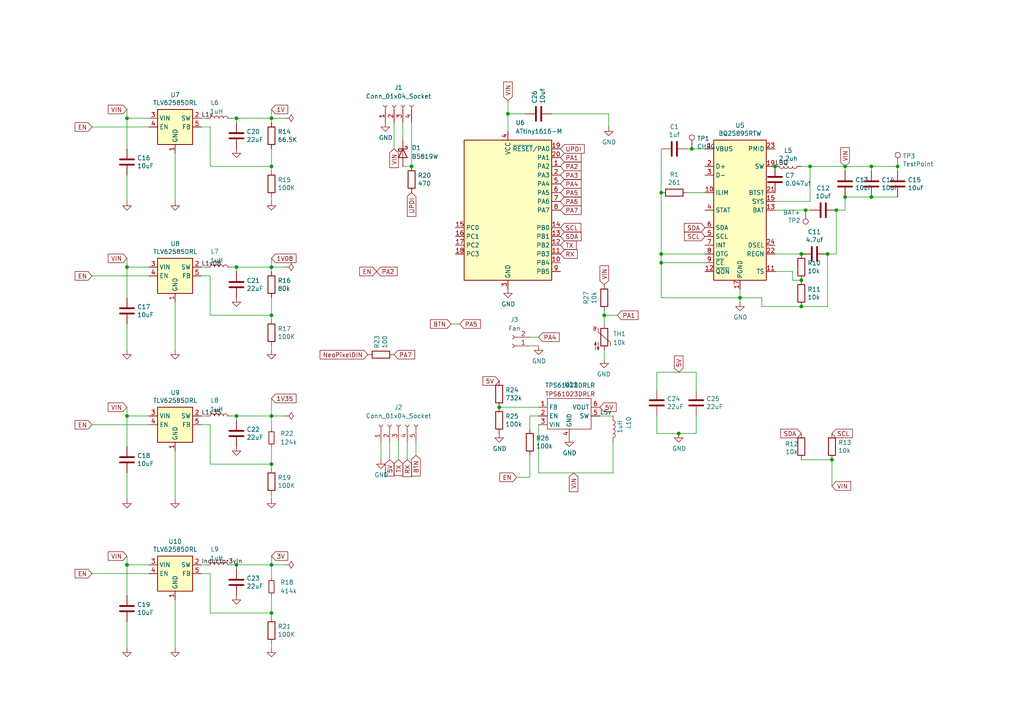
<source format=kicad_sch>
(kicad_sch (version 20231120) (generator "eeschema") (generator_version "8.0")
  (paper "A4")
  (junction (at -119.38 92.71))
  (junction (at 78.74 134.62))
  (junction (at 200.66 43.18))
  (junction (at 78.74 34.29))
  (junction (at 78.74 91.44))
  (junction (at -152.4 153.67))
  (junction (at -134.62 135.89))
  (junction (at 147.32 33.02))
  (junction (at -134.62 105.41))
  (junction (at 260.35 48.26))
  (junction (at -107.95 92.71))
  (junction (at -134.62 102.87))
  (junction (at 78.74 163.83))
  (junction (at 196.85 125.73))
  (junction (at 191.77 73.66))
  (junction (at -133.35 163.83))
  (junction (at 232.41 73.66))
  (junction (at -119.38 72.39))
  (junction (at 241.3 133.35))
  (junction (at 78.74 120.65))
  (junction (at -106.68 153.67))
  (junction (at 240.03 73.66))
  (junction (at -118.11 166.37))
  (junction (at 78.74 48.26))
  (junction (at -118.11 153.67))
  (junction (at 119.38 48.26))
  (junction (at -134.62 72.39))
  (junction (at 68.58 77.47))
  (junction (at -119.38 66.04))
  (junction (at 78.74 177.8))
  (junction (at 36.83 77.47))
  (junction (at 245.11 48.26))
  (junction (at -119.38 123.19))
  (junction (at 36.83 163.83))
  (junction (at 175.26 91.44))
  (junction (at 36.83 120.65))
  (junction (at 233.68 60.96))
  (junction (at -134.62 133.35))
  (junction (at 214.63 86.36))
  (junction (at 234.95 48.26))
  (junction (at -107.95 123.19))
  (junction (at 232.41 88.9))
  (junction (at -153.67 59.69))
  (junction (at 68.58 163.83))
  (junction (at -134.62 69.85))
  (junction (at -133.35 166.37))
  (junction (at -119.38 135.89))
  (junction (at 144.78 118.11))
  (junction (at 245.11 57.15))
  (junction (at 242.57 60.96))
  (junction (at -153.67 92.71))
  (junction (at 232.41 81.28))
  (junction (at -107.95 59.69))
  (junction (at -119.38 59.69))
  (junction (at 191.77 76.2))
  (junction (at 224.79 48.26))
  (junction (at 191.77 55.88))
  (junction (at -119.38 105.41))
  (junction (at 68.58 34.29))
  (junction (at 68.58 120.65))
  (junction (at 252.73 57.15))
  (junction (at 252.73 48.26))
  (junction (at 36.83 34.29))
  (junction (at -153.67 123.19))
  (junction (at 78.74 77.47))
  (wire (pts (xy -107.95 132.08) (xy -107.95 135.89)))
  (wire (pts (xy 50.8 130.81) (xy 50.8 144.78)))
  (wire (pts (xy 78.74 167.64) (xy 78.74 163.83)))
  (wire (pts (xy 78.74 143.51) (xy 78.74 144.78)))
  (wire (pts (xy 175.26 90.17) (xy 175.26 91.44)))
  (wire (pts (xy 60.96 80.01) (xy 60.96 91.44)))
  (wire (pts (xy 224.79 73.66) (xy 232.41 73.66)))
  (wire (pts (xy 177.8 137.16) (xy 156.21 137.16)))
  (wire (pts (xy 119.38 35.56) (xy 119.38 48.26)))
  (wire (pts (xy 36.83 118.11) (xy 36.83 120.65)))
  (wire (pts (xy 234.95 48.26) (xy 232.41 48.26)))
  (wire (pts (xy 58.42 166.37) (xy 60.96 166.37)))
  (wire (pts (xy -134.62 133.35) (xy -153.67 133.35)))
  (wire (pts (xy 60.96 48.26) (xy 78.74 48.26)))
  (wire (pts (xy 144.78 118.11) (xy 156.21 118.11)))
  (wire (pts (xy 36.83 120.65) (xy 43.18 120.65)))
  (wire (pts (xy 153.67 120.65) (xy 153.67 124.46)))
  (wire (pts (xy 60.96 177.8) (xy 78.74 177.8)))
  (wire (pts (xy -133.35 163.83) (xy -152.4 163.83)))
  (wire (pts (xy 60.96 36.83) (xy 60.96 48.26)))
  (wire (pts (xy 58.42 77.47) (xy 59.69 77.47)))
  (wire (pts (xy 36.83 129.54) (xy 36.83 120.65)))
  (wire (pts (xy 201.93 113.03) (xy 201.93 107.95)))
  (wire (pts (xy 78.74 163.83) (xy 82.55 163.83)))
  (wire (pts (xy 78.74 172.72) (xy 78.74 177.8)))
  (wire (pts (xy 36.83 74.93) (xy 36.83 77.47)))
  (wire (pts (xy 190.5 125.73) (xy 196.85 125.73)))
  (wire (pts (xy 190.5 107.95) (xy 201.93 107.95)))
  (wire (pts (xy 200.66 43.18) (xy 204.47 43.18)))
  (wire (pts (xy 214.63 83.82) (xy 214.63 86.36)))
  (wire (pts (xy 214.63 86.36) (xy 214.63 87.63)))
  (wire (pts (xy 78.74 120.65) (xy 78.74 115.57)))
  (wire (pts (xy -152.4 153.67) (xy -140.97 153.67)))
  (wire (pts (xy 67.31 120.65) (xy 68.58 120.65)))
  (wire (pts (xy 60.96 134.62) (xy 78.74 134.62)))
  (wire (pts (xy -106.68 162.56) (xy -106.68 166.37)))
  (wire (pts (xy -153.67 59.69) (xy -142.24 59.69)))
  (wire (pts (xy -152.4 158.75) (xy -152.4 163.83)))
  (wire (pts (xy 67.31 163.83) (xy 68.58 163.83)))
  (wire (pts (xy -140.97 156.21) (xy -140.97 161.29)))
  (wire (pts (xy 68.58 77.47) (xy 78.74 77.47)))
  (wire (pts (xy 26.67 123.19) (xy 43.18 123.19)))
  (wire (pts (xy 68.58 165.1) (xy 68.58 163.83)))
  (wire (pts (xy 229.87 81.28) (xy 232.41 81.28)))
  (wire (pts (xy -107.95 72.39) (xy -119.38 72.39)))
  (wire (pts (xy 190.5 120.65) (xy 190.5 125.73)))
  (wire (pts (xy -106.68 157.48) (xy -106.68 153.67)))
  (wire (pts (xy 78.74 43.18) (xy 78.74 48.26)))
  (wire (pts (xy 156.21 120.65) (xy 153.67 120.65)))
  (wire (pts (xy 200.66 43.18) (xy 199.39 43.18)))
  (wire (pts (xy 78.74 124.46) (xy 78.74 120.65)))
  (wire (pts (xy -127 62.23) (xy -127 66.04)))
  (wire (pts (xy 191.77 55.88) (xy 191.77 73.66)))
  (wire (pts (xy -107.95 135.89) (xy -119.38 135.89)))
  (wire (pts (xy 156.21 137.16) (xy 156.21 123.19)))
  (wire (pts (xy 260.35 48.26) (xy 260.35 49.53)))
  (wire (pts (xy 78.74 35.56) (xy 78.74 34.29)))
  (wire (pts (xy 191.77 43.18) (xy 191.77 55.88)))
  (wire (pts (xy 252.73 48.26) (xy 260.35 48.26)))
  (wire (pts (xy -142.24 62.23) (xy -142.24 67.31)))
  (wire (pts (xy 177.8 128.27) (xy 177.8 137.16)))
  (wire (pts (xy 58.42 36.83) (xy 60.96 36.83)))
  (wire (pts (xy -119.38 64.77) (xy -119.38 66.04)))
  (wire (pts (xy -118.11 158.75) (xy -118.11 161.29)))
  (wire (pts (xy -157.48 153.67) (xy -152.4 153.67)))
  (wire (pts (xy -119.38 66.04) (xy -119.38 67.31)))
  (wire (pts (xy 50.8 87.63) (xy 50.8 101.6)))
  (wire (pts (xy 232.41 88.9) (xy 240.03 88.9)))
  (wire (pts (xy 176.53 33.02) (xy 160.02 33.02)))
  (wire (pts (xy 234.95 60.96) (xy 233.68 60.96)))
  (wire (pts (xy 153.67 138.43) (xy 149.86 138.43)))
  (wire (pts (xy -158.75 59.69) (xy -153.67 59.69)))
  (wire (pts (xy 116.84 35.56) (xy 116.84 40.64)))
  (wire (pts (xy 78.74 34.29) (xy 82.55 34.29)))
  (wire (pts (xy 68.58 121.92) (xy 68.58 120.65)))
  (wire (pts (xy 36.83 180.34) (xy 36.83 187.96)))
  (wire (pts (xy 78.74 177.8) (xy 78.74 179.07)))
  (wire (pts (xy 114.3 35.56) (xy 114.3 43.18)))
  (wire (pts (xy 120.65 132.08) (xy 120.65 128.27)))
  (wire (pts (xy 58.42 120.65) (xy 59.69 120.65)))
  (wire (pts (xy 245.11 48.26) (xy 252.73 48.26)))
  (wire (pts (xy 26.67 166.37) (xy 43.18 166.37)))
  (wire (pts (xy -119.38 135.89) (xy -134.62 135.89)))
  (wire (pts (xy 147.32 29.21) (xy 147.32 33.02)))
  (wire (pts (xy -134.62 105.41) (xy -134.62 102.87)))
  (wire (pts (xy -153.67 64.77) (xy -153.67 69.85)))
  (wire (pts (xy 78.74 91.44) (xy 78.74 92.71)))
  (wire (pts (xy 78.74 100.33) (xy 78.74 101.6)))
  (wire (pts (xy -106.68 153.67) (xy -100.33 153.67)))
  (wire (pts (xy -119.38 128.27) (xy -119.38 130.81)))
  (wire (pts (xy -118.11 166.37) (xy -133.35 166.37)))
  (wire (pts (xy -107.95 101.6) (xy -107.95 105.41)))
  (wire (pts (xy 229.87 78.74) (xy 229.87 81.28)))
  (wire (pts (xy 78.74 120.65) (xy 82.55 120.65)))
  (wire (pts (xy 68.58 78.74) (xy 68.58 77.47)))
  (wire (pts (xy -153.67 123.19) (xy -142.24 123.19)))
  (wire (pts (xy -107.95 59.69) (xy -119.38 59.69)))
  (wire (pts (xy 26.67 36.83) (xy 43.18 36.83)))
  (wire (pts (xy 113.03 128.27) (xy 113.03 133.35)))
  (wire (pts (xy 58.42 34.29) (xy 59.69 34.29)))
  (wire (pts (xy 78.74 163.83) (xy 78.74 161.29)))
  (wire (pts (xy 78.74 77.47) (xy 78.74 74.93)))
  (wire (pts (xy 199.39 55.88) (xy 204.47 55.88)))
  (wire (pts (xy 191.77 86.36) (xy 214.63 86.36)))
  (wire (pts (xy 153.67 97.79) (xy 156.21 97.79)))
  (wire (pts (xy 36.83 163.83) (xy 43.18 163.83)))
  (wire (pts (xy -107.95 63.5) (xy -107.95 59.69)))
  (wire (pts (xy 175.26 101.6) (xy 175.26 104.14)))
  (wire (pts (xy 234.95 58.42) (xy 234.95 48.26)))
  (wire (pts (xy 50.8 173.99) (xy 50.8 187.96)))
  (wire (pts (xy -153.67 92.71) (xy -142.24 92.71)))
  (wire (pts (xy 118.11 128.27) (xy 118.11 133.35)))
  (wire (pts (xy 242.57 60.96) (xy 245.11 60.96)))
  (wire (pts (xy 224.79 58.42) (xy 234.95 58.42)))
  (wire (pts (xy 36.83 86.36) (xy 36.83 77.47)))
  (wire (pts (xy 224.79 78.74) (xy 229.87 78.74)))
  (wire (pts (xy 176.53 36.83) (xy 176.53 33.02)))
  (wire (pts (xy 252.73 57.15) (xy 260.35 57.15)))
  (wire (pts (xy -153.67 97.79) (xy -153.67 102.87)))
  (wire (pts (xy 245.11 60.96) (xy 245.11 57.15)))
  (wire (pts (xy 220.98 86.36) (xy 214.63 86.36)))
  (wire (pts (xy -142.24 95.25) (xy -142.24 100.33)))
  (wire (pts (xy 60.96 123.19) (xy 60.96 134.62)))
  (wire (pts (xy 58.42 163.83) (xy 59.69 163.83)))
  (wire (pts (xy -134.62 102.87) (xy -153.67 102.87)))
  (wire (pts (xy 245.11 48.26) (xy 245.11 49.53)))
  (wire (pts (xy -107.95 105.41) (xy -119.38 105.41)))
  (wire (pts (xy -107.95 92.71) (xy -101.6 92.71)))
  (wire (pts (xy -107.95 123.19) (xy -101.6 123.19)))
  (wire (pts (xy -107.95 68.58) (xy -107.95 72.39)))
  (wire (pts (xy 58.42 80.01) (xy 60.96 80.01)))
  (wire (pts (xy 201.93 120.65) (xy 201.93 125.73)))
  (wire (pts (xy 78.74 78.74) (xy 78.74 77.47)))
  (wire (pts (xy -107.95 59.69) (xy -102.87 59.69)))
  (wire (pts (xy -107.95 92.71) (xy -119.38 92.71)))
  (wire (pts (xy 191.77 73.66) (xy 204.47 73.66)))
  (wire (pts (xy -127 66.04) (xy -119.38 66.04)))
  (wire (pts (xy 78.74 86.36) (xy 78.74 91.44)))
  (wire (pts (xy 153.67 100.33) (xy 156.21 100.33)))
  (wire (pts (xy 68.58 34.29) (xy 78.74 34.29)))
  (wire (pts (xy 36.83 77.47) (xy 43.18 77.47)))
  (wire (pts (xy 36.83 50.8) (xy 36.83 58.42)))
  (wire (pts (xy -134.62 135.89) (xy -134.62 133.35)))
  (wire (pts (xy 173.99 120.65) (xy 177.8 120.65)))
  (wire (pts (xy 232.41 88.9) (xy 220.98 88.9)))
  (wire (pts (xy 242.57 73.66) (xy 240.03 73.66)))
  (wire (pts (xy 36.83 161.29) (xy 36.83 163.83)))
  (wire (pts (xy -107.95 123.19) (xy -119.38 123.19)))
  (wire (pts (xy 26.67 80.01) (xy 43.18 80.01)))
  (wire (pts (xy 36.83 137.16) (xy 36.83 144.78)))
  (wire (pts (xy 224.79 60.96) (xy 233.68 60.96)))
  (wire (pts (xy -134.62 69.85) (xy -153.67 69.85)))
  (wire (pts (xy 68.58 35.56) (xy 68.58 34.29)))
  (wire (pts (xy 78.74 129.54) (xy 78.74 134.62)))
  (wire (pts (xy 234.95 48.26) (xy 245.11 48.26)))
  (wire (pts (xy 78.74 34.29) (xy 78.74 31.75)))
  (wire (pts (xy 147.32 33.02) (xy 152.4 33.02)))
  (wire (pts (xy 179.07 91.44) (xy 175.26 91.44)))
  (wire (pts (xy -142.24 125.73) (xy -142.24 130.81)))
  (wire (pts (xy -119.38 97.79) (xy -119.38 100.33)))
  (wire (pts (xy 115.57 128.27) (xy 115.57 133.35)))
  (wire (pts (xy 191.77 76.2) (xy 191.77 86.36)))
  (wire (pts (xy 36.83 43.18) (xy 36.83 34.29)))
  (wire (pts (xy 78.74 186.69) (xy 78.74 187.96)))
  (wire (pts (xy 133.35 93.98) (xy 130.81 93.98)))
  (wire (pts (xy -119.38 72.39) (xy -134.62 72.39)))
  (wire (pts (xy 153.67 132.08) (xy 153.67 138.43)))
  (wire (pts (xy 50.8 44.45) (xy 50.8 58.42)))
  (wire (pts (xy 36.83 172.72) (xy 36.83 163.83)))
  (wire (pts (xy 58.42 123.19) (xy 60.96 123.19)))
  (wire (pts (xy 240.03 88.9) (xy 240.03 73.66)))
  (wire (pts (xy -107.95 96.52) (xy -107.95 92.71)))
  (wire (pts (xy 78.74 57.15) (xy 78.74 58.42)))
  (wire (pts (xy 220.98 88.9) (xy 220.98 86.36)))
  (wire (pts (xy 252.73 48.26) (xy 252.73 49.53)))
  (wire (pts (xy -158.75 92.71) (xy -153.67 92.71)))
  (wire (pts (xy -158.75 123.19) (xy -153.67 123.19)))
  (wire (pts (xy 204.47 76.2) (xy 191.77 76.2)))
  (wire (pts (xy 232.41 133.35) (xy 241.3 133.35)))
  (wire (pts (xy 68.58 163.83) (xy 78.74 163.83)))
  (wire (pts (xy -153.67 128.27) (xy -153.67 133.35)))
  (wire (pts (xy 241.3 133.35) (xy 241.3 140.97)))
  (wire (pts (xy 110.49 128.27) (xy 110.49 133.35)))
  (wire (pts (xy 201.93 125.73) (xy 196.85 125.73)))
  (wire (pts (xy -106.68 166.37) (xy -118.11 166.37)))
  (wire (pts (xy 60.96 166.37) (xy 60.96 177.8)))
  (wire (pts (xy 78.74 77.47) (xy 82.55 77.47)))
  (wire (pts (xy 36.83 93.98) (xy 36.83 101.6)))
  (wire (pts (xy -133.35 166.37) (xy -133.35 163.83)))
  (wire (pts (xy 78.74 48.26) (xy 78.74 49.53)))
  (wire (pts (xy 147.32 33.02) (xy 147.32 38.1)))
  (wire (pts (xy 119.38 48.26) (xy 116.84 48.26)))
  (wire (pts (xy 78.74 134.62) (xy 78.74 135.89)))
  (wire (pts (xy 190.5 113.03) (xy 190.5 107.95)))
  (wire (pts (xy 175.26 91.44) (xy 175.26 93.98)))
  (wire (pts (xy 36.83 34.29) (xy 43.18 34.29)))
  (wire (pts (xy 67.31 77.47) (xy 68.58 77.47)))
  (wire (pts (xy 68.58 120.65) (xy 78.74 120.65)))
  (wire (pts (xy 36.83 31.75) (xy 36.83 34.29)))
  (wire (pts (xy -106.68 153.67) (xy -118.11 153.67)))
  (wire (pts (xy 60.96 91.44) (xy 78.74 91.44)))
  (wire (pts (xy -107.95 127) (xy -107.95 123.19)))
  (wire (pts (xy 252.73 57.15) (xy 245.11 57.15)))
  (wire (pts (xy -134.62 72.39) (xy -134.62 69.85)))
  (wire (pts (xy -119.38 105.41) (xy -134.62 105.41)))
  (wire (pts (xy 191.77 73.66) (xy 191.77 76.2)))
  (wire (pts (xy 242.57 60.96) (xy 242.57 73.66)))
  (wire (pts (xy 67.31 34.29) (xy 68.58 34.29)))
  (rectangle (start -171.45 43.18) (end -83.82 177.8))
  (text_box "Old Power Circuit\n\n" (at -165.1 36.83 0) (size 76.2 5.08) (effects (font (size 1.27 1.27)) (justify left top)))
  (label "L5v" (at 173.99 120.65 0))
  (label "Inductor3vIn" (at 58.42 163.83 0))
  (label "LBQ" (at 224.79 48.26 0))
  (label "L1v35" (at 58.42 120.65 0))
  (label "L1v08" (at 58.42 77.47 0))
  (label "L1v" (at 58.42 34.29 0))
  (global_label "PA7" (shape input) (at 162.56 60.96 0) (property "Intersheetrefs" "${INTERSHEET_REFS}" (effects (hide yes))))
  (global_label "UPDI" (shape input) (at 162.56 43.18 0) (property "Intersheetrefs" "${INTERSHEET_REFS}" (effects (hide yes))))
  (global_label "BTN" (shape input) (at 130.81 93.98 180) (property "Intersheetrefs" "${INTERSHEET_REFS}" (effects (hide yes))))
  (global_label "EN" (shape input) (at 26.67 36.83 180) (property "Intersheetrefs" "${INTERSHEET_REFS}" (effects (hide yes))))
  (global_label "VIN" (shape input) (at 36.83 118.11 180) (property "Intersheetrefs" "${INTERSHEET_REFS}" (effects (hide yes))))
  (global_label "3V" (shape input) (at -100.33 153.67 0) (property "Intersheetrefs" "${INTERSHEET_REFS}" (effects (hide yes))))
  (global_label "EN" (shape input) (at -142.24 67.31 180) (property "Intersheetrefs" "${INTERSHEET_REFS}" (effects (hide yes))))
  (global_label "VIN" (shape input) (at 147.32 29.21 90) (property "Intersheetrefs" "${INTERSHEET_REFS}" (effects (hide yes))))
  (global_label "5V" (shape input) (at 173.99 118.11 0) (property "Intersheetrefs" "${INTERSHEET_REFS}" (effects (hide yes))))
  (global_label "5V" (shape input) (at 113.03 133.35 270) (property "Intersheetrefs" "${INTERSHEET_REFS}" (effects (hide yes))))
  (global_label "VIN" (shape input) (at 166.37 137.16 270) (property "Intersheetrefs" "${INTERSHEET_REFS}" (effects (hide yes))))
  (global_label "EN" (shape input) (at -140.97 161.29 180) (property "Intersheetrefs" "${INTERSHEET_REFS}" (effects (hide yes))))
  (global_label "SDA" (shape input) (at 162.56 68.58 0) (property "Intersheetrefs" "${INTERSHEET_REFS}" (effects (hide yes))))
  (global_label "PA4" (shape input) (at 162.56 53.34 0) (property "Intersheetrefs" "${INTERSHEET_REFS}" (effects (hide yes))))
  (global_label "VIN" (shape input) (at -158.75 123.19 180) (property "Intersheetrefs" "${INTERSHEET_REFS}" (effects (hide yes))))
  (global_label "VIN" (shape input) (at 36.83 31.75 180) (property "Intersheetrefs" "${INTERSHEET_REFS}" (effects (hide yes))))
  (global_label "1V08" (shape input) (at 78.74 74.93 0) (property "Intersheetrefs" "${INTERSHEET_REFS}" (effects (hide yes))))
  (global_label "1V35" (shape input) (at 78.74 115.57 0) (property "Intersheetrefs" "${INTERSHEET_REFS}" (effects (hide yes))))
  (global_label "VIN" (shape input) (at 241.3 140.97 0) (property "Intersheetrefs" "${INTERSHEET_REFS}" (effects (hide yes))))
  (global_label "SCL" (shape input) (at 162.56 66.04 0) (property "Intersheetrefs" "${INTERSHEET_REFS}" (effects (hide yes))))
  (global_label "VIN" (shape input) (at -157.48 153.67 180) (property "Intersheetrefs" "${INTERSHEET_REFS}" (effects (hide yes))))
  (global_label "PA4" (shape input) (at 156.21 97.79 0) (property "Intersheetrefs" "${INTERSHEET_REFS}" (effects (hide yes))))
  (global_label "PA7" (shape input) (at 114.3 102.87 0) (property "Intersheetrefs" "${INTERSHEET_REFS}" (effects (hide yes))))
  (global_label "UPDI" (shape input) (at 119.38 55.88 270) (property "Intersheetrefs" "${INTERSHEET_REFS}" (effects (hide yes))))
  (global_label "EN" (shape input) (at 149.86 138.43 180) (property "Intersheetrefs" "${INTERSHEET_REFS}" (effects (hide yes))))
  (global_label "EN" (shape input) (at 109.22 78.74 180) (property "Intersheetrefs" "${INTERSHEET_REFS}" (effects (hide yes))))
  (global_label "NeoPixelDIN" (shape input) (at 106.68 102.87 180) (property "Intersheetrefs" "${INTERSHEET_REFS}" (effects (hide yes))))
  (global_label "EN" (shape input) (at 26.67 80.01 180) (property "Intersheetrefs" "${INTERSHEET_REFS}" (effects (hide yes))))
  (global_label "VIN" (shape input) (at 175.26 82.55 90) (property "Intersheetrefs" "${INTERSHEET_REFS}" (effects (hide yes))))
  (global_label "VIN" (shape input) (at 114.3 43.18 270) (property "Intersheetrefs" "${INTERSHEET_REFS}" (effects (hide yes))))
  (global_label "BTN" (shape input) (at 120.65 132.08 270) (property "Intersheetrefs" "${INTERSHEET_REFS}" (effects (hide yes))))
  (global_label "5V" (shape input) (at 144.78 110.49 180) (property "Intersheetrefs" "${INTERSHEET_REFS}" (effects (hide yes))))
  (global_label "EN" (shape input) (at 26.67 123.19 180) (property "Intersheetrefs" "${INTERSHEET_REFS}" (effects (hide yes))))
  (global_label "RX" (shape input) (at 162.56 73.66 0) (property "Intersheetrefs" "${INTERSHEET_REFS}" (effects (hide yes))))
  (global_label "PA3" (shape input) (at 162.56 50.8 0) (property "Intersheetrefs" "${INTERSHEET_REFS}" (effects (hide yes))))
  (global_label "5V" (shape input) (at 196.85 107.95 90) (property "Intersheetrefs" "${INTERSHEET_REFS}" (effects (hide yes))))
  (global_label "RX" (shape input) (at 118.11 133.35 270) (property "Intersheetrefs" "${INTERSHEET_REFS}" (effects (hide yes))))
  (global_label "VIN" (shape input) (at -158.75 92.71 180) (property "Intersheetrefs" "${INTERSHEET_REFS}" (effects (hide yes))))
  (global_label "EN" (shape input) (at -142.24 100.33 180) (property "Intersheetrefs" "${INTERSHEET_REFS}" (effects (hide yes))))
  (global_label "PA2" (shape input) (at 109.22 78.74 0) (property "Intersheetrefs" "${INTERSHEET_REFS}" (effects (hide yes))))
  (global_label "SDA" (shape input) (at 232.41 125.73 180) (property "Intersheetrefs" "${INTERSHEET_REFS}" (effects (hide yes))))
  (global_label "TX" (shape input) (at 162.56 71.12 0) (property "Intersheetrefs" "${INTERSHEET_REFS}" (effects (hide yes))))
  (global_label "TX" (shape input) (at 115.57 133.35 270) (property "Intersheetrefs" "${INTERSHEET_REFS}" (effects (hide yes))))
  (global_label "1V" (shape input) (at -101.6 123.19 0) (property "Intersheetrefs" "${INTERSHEET_REFS}" (effects (hide yes))))
  (global_label "PA5" (shape input) (at 162.56 55.88 0) (property "Intersheetrefs" "${INTERSHEET_REFS}" (effects (hide yes))))
  (global_label "1V" (shape input) (at 78.74 31.75 0) (property "Intersheetrefs" "${INTERSHEET_REFS}" (effects (hide yes))))
  (global_label "PA2" (shape input) (at 162.56 48.26 0) (property "Intersheetrefs" "${INTERSHEET_REFS}" (effects (hide yes))))
  (global_label "SCL" (shape input) (at 241.3 125.73 0) (property "Intersheetrefs" "${INTERSHEET_REFS}" (effects (hide yes))))
  (global_label "3V" (shape input) (at 78.74 161.29 0) (property "Intersheetrefs" "${INTERSHEET_REFS}" (effects (hide yes))))
  (global_label "PA1" (shape input) (at 162.56 45.72 0) (property "Intersheetrefs" "${INTERSHEET_REFS}" (effects (hide yes))))
  (global_label "EN" (shape input) (at -142.24 130.81 180) (property "Intersheetrefs" "${INTERSHEET_REFS}" (effects (hide yes))))
  (global_label "1V" (shape input) (at -101.6 92.71 0) (property "Intersheetrefs" "${INTERSHEET_REFS}" (effects (hide yes))))
  (global_label "VIN" (shape input) (at 36.83 74.93 180) (property "Intersheetrefs" "${INTERSHEET_REFS}" (effects (hide yes))))
  (global_label "SDA" (shape input) (at 204.47 66.04 180) (property "Intersheetrefs" "${INTERSHEET_REFS}" (effects (hide yes))))
  (global_label "VIN" (shape input) (at 36.83 161.29 180) (property "Intersheetrefs" "${INTERSHEET_REFS}" (effects (hide yes))))
  (global_label "SCL" (shape input) (at 204.47 68.58 180) (property "Intersheetrefs" "${INTERSHEET_REFS}" (effects (hide yes))))
  (global_label "EN" (shape input) (at 26.67 166.37 180) (property "Intersheetrefs" "${INTERSHEET_REFS}" (effects (hide yes))))
  (global_label "1V35" (shape input) (at -102.87 59.69 0) (property "Intersheetrefs" "${INTERSHEET_REFS}" (effects (hide yes))))
  (global_label "VIN" (shape input) (at -158.75 59.69 180) (property "Intersheetrefs" "${INTERSHEET_REFS}" (effects (hide yes))))
  (global_label "PA6" (shape input) (at 162.56 58.42 0) (property "Intersheetrefs" "${INTERSHEET_REFS}" (effects (hide yes))))
  (global_label "PA5" (shape input) (at 133.35 93.98 0) (property "Intersheetrefs" "${INTERSHEET_REFS}" (effects (hide yes))))
  (global_label "VIN" (shape input) (at 245.11 48.26 90) (property "Intersheetrefs" "${INTERSHEET_REFS}" (effects (hide yes))))
  (global_label "PA1" (shape input) (at 179.07 91.44 0) (property "Intersheetrefs" "${INTERSHEET_REFS}" (effects (hide yes))))
  (symbol (lib_id "power:GND") (at 165.1 127 0) (unit 1)
    (property "Reference" "#PWR010" (effects (hide yes)))
    (property "Value" "GND" (at 165.227 131.3942 0))
  )
  (symbol (lib_id "power:PWR_FLAG") (at 82.55 34.29 270) (unit 1)
    (property "Reference" "#FLG01" (effects (hide yes)))
    (property "Value" "PWR_FLAG" (effects (hide yes)))
    (property "Description" "Special symbol for telling ERC where power comes from" (effects (hide yes)))
  )
  (symbol (lib_id "Device:R_Small") (at -119.38 95.25 0) (unit 1)
    (property "Reference" "R6" (at -116.84 93.9799 0) (effects (justify left)))
    (property "Value" "66.5k" (at -116.84 96.5199 0) (effects (justify left)))
    (property "Footprint" "Resistor_SMD:R_0603_1608Metric" (effects (hide yes)))
    (property "Description" "Resistor, small symbol" (effects (hide yes)))
  )
  (symbol (lib_id "Device:R") (at 153.67 128.27 0) (unit 1)
    (property "Reference" "R26" (at 155.448 127.1016 0) (effects (justify left)))
    (property "Value" "100k" (at 155.448 129.413 0) (effects (justify left)))
    (property "Footprint" "Resistor_SMD:R_0603_1608Metric" (effects (hide yes)))
    (property "Description" "Resistor" (effects (hide yes)))
  )
  (symbol (lib_id "Device:C") (at 260.35 53.34 180) (unit 1)
    (property "Reference" "C15" (at 263.271 52.1716 0) (effects (justify right)))
    (property "Value" "10uf" (at 263.271 54.483 0) (effects (justify right)))
    (property "Footprint" "Capacitor_SMD:C_0805_2012Metric" (effects (hide yes)))
  )
  (symbol (lib_id "power:GND") (at 50.8 101.6 0) (unit 1)
    (property "Reference" "#PWR015" (effects (hide yes)))
    (property "Value" "GND" (effects (hide yes)))
    (property "Description" "Power symbol creates a global label with name \"GND\" , ground" (effects (hide yes)))
  )
  (symbol (lib_id "Device:C_Small") (at -106.68 160.02 0) (unit 1)
    (property "Reference" "C5" (at -104.14 158.7562 0) (effects (justify left)))
    (property "Value" "22uF" (at -104.14 161.2962 0) (effects (justify left)))
    (property "Footprint" "Capacitor_SMD:C_0603_1608Metric" (effects (hide yes)))
    (property "Description" "Unpolarized capacitor, small symbol" (effects (hide yes)))
  )
  (symbol (lib_id "Device:C_Small") (at -153.67 125.73 0) (unit 1)
    (property "Reference" "C9" (at -151.13 124.4662 0) (effects (justify left)))
    (property "Value" "4.7uF" (at -151.13 127.0062 0) (effects (justify left)))
    (property "Footprint" "Capacitor_SMD:C_0603_1608Metric" (effects (hide yes)))
    (property "Description" "Unpolarized capacitor, small symbol" (effects (hide yes)))
  )
  (symbol (lib_id "Device:R") (at 78.74 39.37 0) (unit 1)
    (property "Reference" "R14" (at 80.518 38.2016 0) (effects (justify left)))
    (property "Value" "66.5K" (at 80.518 40.513 0) (effects (justify left)))
    (property "Footprint" "Resistor_SMD:R_0603_1608Metric" (effects (hide yes)))
    (property "Description" "Resistor" (effects (hide yes)))
  )
  (symbol (lib_id "Device:R_Small") (at -119.38 62.23 0) (unit 1)
    (property "Reference" "R2" (at -116.84 60.9599 0) (effects (justify left)))
    (property "Value" "124k" (at -116.84 63.4999 0) (effects (justify left)))
    (property "Footprint" "Resistor_SMD:R_0603_1608Metric" (effects (hide yes)))
    (property "Description" "Resistor, small symbol" (effects (hide yes)))
  )
  (symbol (lib_id "Connector:Conn_01x02_Socket") (at 148.59 100.33 180) (unit 1)
    (property "Reference" "J3" (at 149.225 92.71 0))
    (property "Value" "Fan" (at 149.225 95.25 0))
    (property "Footprint" "Connector_PinHeader_2.54mm:PinHeader_1x02_P2.54mm_Vertical" (effects (hide yes)))
    (property "Description" "Generic connector, single row, 01x02, script generated" (effects (hide yes)))
  )
  (symbol (lib_id "Regulator_Switching:TLV62569DRL") (at -134.62 125.73 0) (unit 1)
    (property "Reference" "U4" (at -134.62 115.57 0))
    (property "Value" "TLV62569DRL" (at -134.62 118.11 0))
    (property "Footprint" "Package_TO_SOT_SMD:SOT-563" (effects (hide yes)))
    (property "Datasheet" "http://www.ti.com/lit/ds/symlink/tlv62569.pdf" (effects (hide yes)))
    (property "Description" "High Efficiency Synchronous Buck Converter, Adjustable Output 0.6V-5.5V, 2A, SOT-563-6" (effects (hide yes)))
  )
  (symbol (lib_id "TLV62585DRL:TLV62585DRL") (at 50.8 166.37 0) (unit 1)
    (property "Reference" "U10" (at 50.8 157.0482 0))
    (property "Value" "TLV62585DRL" (at 50.8 159.3596 0))
    (property "Footprint" "Package_TO_SOT_SMD:SOT-563" (effects (hide yes)))
    (property "Datasheet" "https://www.ti.com/lit/ds/symlink/tlv62585.pdf" (effects (hide yes)))
    (property "Description" "IC REG BUCK ADJ 3A SOT5X3" (effects (hide yes)))
    (property "MPN" "TLV62585DRLR" (effects (hide yes)))
    (property "Digi-Key Part #" "296-51694-1-ND" (effects (hide yes)))
    (property "Manufacturer" "Texas Instruments" (effects (hide yes)))
  )
  (symbol (lib_id "Device:C") (at 36.83 46.99 0) (unit 1)
    (property "Reference" "C16" (at 39.751 45.8216 0) (effects (justify left)))
    (property "Value" "10uF" (at 39.751 48.133 0) (effects (justify left)))
    (property "Footprint" "Capacitor_SMD:C_0805_2012Metric" (effects (hide yes)))
    (property "Description" "Unpolarized capacitor" (effects (hide yes)))
  )
  (symbol (lib_id "power:GND") (at 68.58 172.72 0) (unit 1)
    (property "Reference" "#PWR021" (effects (hide yes)))
    (property "Value" "GND" (effects (hide yes)))
    (property "Description" "Power symbol creates a global label with name \"GND\" , ground" (effects (hide yes)))
  )
  (symbol (lib_id "Device:L") (at -123.19 123.19 90) (unit 1)
    (property "Reference" "L4" (at -123.19 118.11 90))
    (property "Value" "2.2uH" (at -123.19 120.65 90))
    (property "Footprint" "Inductor_SMD:L_Vishay_IHLP-1212" (effects (hide yes)))
    (property "Description" "Inductor" (effects (hide yes)))
  )
  (symbol (lib_id "Device:C") (at 68.58 82.55 0) (unit 1)
    (property "Reference" "C21" (at 71.501 81.3816 0) (effects (justify left)))
    (property "Value" "22uF" (at 71.501 83.693 0) (effects (justify left)))
    (property "Footprint" "Capacitor_SMD:C_0805_2012Metric" (effects (hide yes)))
    (property "Description" "Unpolarized capacitor" (effects (hide yes)))
  )
  (symbol (lib_id "Device:L") (at -123.19 92.71 90) (unit 1)
    (property "Reference" "L3" (at -123.19 87.63 90))
    (property "Value" "2.2uH" (at -123.19 90.17 90))
    (property "Footprint" "Inductor_SMD:L_Vishay_IHLP-1212" (effects (hide yes)))
    (property "Description" "Inductor" (effects (hide yes)))
  )
  (symbol (lib_id "Device:R") (at 232.41 77.47 180) (unit 1)
    (property "Reference" "R10" (at 234.188 76.3016 0) (effects (justify right)))
    (property "Value" "10k" (at 234.188 78.613 0) (effects (justify right)))
    (property "Footprint" "Resistor_SMD:R_0603_1608Metric" (effects (hide yes)))
  )
  (symbol (lib_id "Device:Thermistor_NTC") (at 175.26 97.79 0) (unit 1)
    (property "Reference" "TH1" (at 177.8 96.8374 0) (effects (justify left)))
    (property "Value" "10k" (at 177.8 99.3774 0) (effects (justify left)))
    (property "Footprint" "Resistor_SMD:R_0603_1608Metric" (effects (hide yes)))
    (property "Description" "Temperature dependent resistor, negative temperature coefficient" (effects (hide yes)))
  )
  (symbol (lib_id "Connector:Conn_01x05_Socket") (at 115.57 123.19 90) (unit 1)
    (property "Reference" "J2" (at 115.57 118.11 90))
    (property "Value" "Conn_01x04_Socket" (at 115.57 120.65 90))
    (property "Footprint" "Connector_PinHeader_2.54mm:PinHeader_1x05_P2.54mm_Vertical" (effects (hide yes)))
    (property "Description" "Generic connector, single row, 01x05, script generated" (effects (hide yes)))
  )
  (symbol (lib_id "power:GND") (at 50.8 187.96 0) (unit 1)
    (property "Reference" "#PWR017" (effects (hide yes)))
    (property "Value" "GND" (effects (hide yes)))
    (property "Description" "Power symbol creates a global label with name \"GND\" , ground" (effects (hide yes)))
  )
  (symbol (lib_id "Device:R") (at 78.74 53.34 0) (unit 1)
    (property "Reference" "R15" (at 80.518 52.1716 0) (effects (justify left)))
    (property "Value" "100K" (at 80.518 54.483 0) (effects (justify left)))
    (property "Footprint" "Resistor_SMD:R_0603_1608Metric" (effects (hide yes)))
    (property "Description" "Resistor" (effects (hide yes)))
  )
  (symbol (lib_id "Device:C") (at 190.5 116.84 0) (unit 1)
    (property "Reference" "C24" (at 193.421 115.6716 0) (effects (justify left)))
    (property "Value" "22uF" (at 193.421 117.983 0) (effects (justify left)))
    (property "Footprint" "Capacitor_SMD:C_0805_2012Metric" (effects (hide yes)))
    (property "Description" "Unpolarized capacitor" (effects (hide yes)))
  )
  (symbol (lib_id "Device:L") (at 63.5 120.65 90) (unit 1)
    (property "Reference" "L8" (at 63.5 116.84 90) (effects (justify left top)))
    (property "Value" "1uH" (at 64.77 119.38 90) (effects (justify left top)))
    (property "Footprint" "Inductor_SMD:L_Vishay_IHLP-1212" (effects (hide yes)))
    (property "Description" "Inductor" (effects (hide yes)))
    (property "MPN" "IHLP1212BZER1R0M11" (effects (hide yes)))
    (property "Digi-Key Part #" "541-1319-1-ND" (effects (hide yes)))
    (property "Manufacturer" "Vishay Dale" (effects (hide yes)))
  )
  (symbol (lib_id "power:GND") (at 68.58 86.36 0) (unit 1)
    (property "Reference" "#PWR019" (effects (hide yes)))
    (property "Value" "GND" (effects (hide yes)))
    (property "Description" "Power symbol creates a global label with name \"GND\" , ground" (effects (hide yes)))
  )
  (symbol (lib_id "Device:R_Small") (at -119.38 102.87 0) (unit 1)
    (property "Reference" "R7" (at -116.84 101.5999 0) (effects (justify left)))
    (property "Value" "100k" (at -116.84 104.1399 0) (effects (justify left)))
    (property "Footprint" "Resistor_SMD:R_0603_1608Metric" (effects (hide yes)))
    (property "Description" "Resistor, small symbol" (effects (hide yes)))
  )
  (symbol (lib_id "Device:R_Small") (at -119.38 125.73 0) (unit 1)
    (property "Reference" "R8" (at -116.84 124.4599 0) (effects (justify left)))
    (property "Value" "66.5k" (at -116.84 126.9999 0) (effects (justify left)))
    (property "Footprint" "Resistor_SMD:R_0603_1608Metric" (effects (hide yes)))
    (property "Description" "Resistor, small symbol" (effects (hide yes)))
  )
  (symbol (lib_id "Device:C") (at 36.83 133.35 0) (unit 1)
    (property "Reference" "C18" (at 39.751 132.1816 0) (effects (justify left)))
    (property "Value" "10uF" (at 39.751 134.493 0) (effects (justify left)))
    (property "Footprint" "Capacitor_SMD:C_0805_2012Metric" (effects (hide yes)))
    (property "Description" "Unpolarized capacitor" (effects (hide yes)))
  )
  (symbol (lib_id "power:GND") (at 78.74 187.96 0) (unit 1)
    (property "Reference" "#PWR029" (effects (hide yes)))
    (property "Value" "GND" (effects (hide yes)))
    (property "Description" "Power symbol creates a global label with name \"GND\" , ground" (effects (hide yes)))
  )
  (symbol (lib_id "Device:R") (at 78.74 82.55 0) (unit 1)
    (property "Reference" "R16" (at 80.518 81.3816 0) (effects (justify left)))
    (property "Value" "80k" (at 80.518 83.693 0) (effects (justify left)))
    (property "Footprint" "Resistor_SMD:R_0603_1608Metric" (effects (hide yes)))
    (property "Description" "Resistor" (effects (hide yes)))
  )
  (symbol (lib_id "power:GND") (at 196.85 125.73 0) (unit 1)
    (property "Reference" "#PWR022" (effects (hide yes)))
    (property "Value" "GND" (at 196.977 130.1242 0))
  )
  (symbol (lib_id "power:GND") (at 36.83 101.6 0) (unit 1)
    (property "Reference" "#PWR09" (effects (hide yes)))
    (property "Value" "GND" (effects (hide yes)))
    (property "Description" "Power symbol creates a global label with name \"GND\" , ground" (effects (hide yes)))
  )
  (symbol (lib_id "Battery_Management:BQ25895RTW") (at 214.63 60.96 0) (unit 1)
    (property "Reference" "U5" (at 214.63 36.3982 0))
    (property "Value" "BQ25895RTW" (at 214.63 38.7096 0))
    (property "Footprint" "RVL-PMS HW2:BQ25895" (effects (hide yes)))
    (property "Datasheet" "http://www.ti.com/lit/ds/symlink/bq25895.pdf" (effects (hide yes)))
  )
  (symbol (lib_id "Device:R") (at 144.78 121.92 0) (unit 1)
    (property "Reference" "R25" (at 146.558 120.7516 0) (effects (justify left)))
    (property "Value" "100k" (at 146.558 123.063 0) (effects (justify left)))
    (property "Footprint" "Resistor_SMD:R_0603_1608Metric" (effects (hide yes)))
    (property "Description" "Resistor" (effects (hide yes)))
  )
  (symbol (lib_id "Regulator_Switching:TLV62568DRL") (at -134.62 62.23 0) (unit 1)
    (property "Reference" "U1" (at -134.62 52.07 0))
    (property "Value" "TLV62568DRL" (at -134.62 54.61 0))
    (property "Footprint" "Package_TO_SOT_SMD:SOT-563" (effects (hide yes)))
    (property "Datasheet" "http://www.ti.com/lit/ds/symlink/tlv62568.pdf" (effects (hide yes)))
    (property "Description" "High Efficiency Synchronous Buck Converter, Adjustable Output 0.6V-5.5V, 1A, SOT-563-6" (effects (hide yes)))
  )
  (symbol (lib_id "power:GND") (at 68.58 129.54 0) (unit 1)
    (property "Reference" "#PWR020" (effects (hide yes)))
    (property "Value" "GND" (effects (hide yes)))
    (property "Description" "Power symbol creates a global label with name \"GND\" , ground" (effects (hide yes)))
  )
  (symbol (lib_id "Connector:TestPoint") (at 200.66 43.18 0) (unit 1)
    (property "Reference" "TP1" (at 202.1332 40.1828 0) (effects (justify left)))
    (property "Value" "CHRG" (at 202.1332 42.4942 0) (effects (justify left)))
    (property "Footprint" "TestPoint:TestPoint_Pad_1.5x1.5mm" (effects (hide yes)))
  )
  (symbol (lib_id "Device:C") (at 238.76 60.96 90) (unit 1)
    (property "Reference" "C12" (at 238.76 54.5592 90))
    (property "Value" "10uf" (at 238.76 56.8706 90))
    (property "Footprint" "Capacitor_SMD:C_0805_2012Metric" (effects (hide yes)))
  )
  (symbol (lib_id "Connector:TestPoint") (at 233.68 60.96 180) (unit 1)
    (property "Reference" "TP2" (at 232.2068 63.9572 0) (effects (justify left)))
    (property "Value" "BAT+" (at 232.2068 61.6458 0) (effects (justify left)))
    (property "Footprint" "TestPoint:TestPoint_Pad_1.5x1.5mm" (effects (hide yes)))
  )
  (symbol (lib_id "TLV62585DRL:TLV62585DRL") (at 50.8 36.83 0) (unit 1)
    (property "Reference" "U7" (at 50.8 27.5082 0))
    (property "Value" "TLV62585DRL" (at 50.8 29.8196 0))
    (property "Footprint" "Package_TO_SOT_SMD:SOT-563" (effects (hide yes)))
    (property "Datasheet" "https://www.ti.com/lit/ds/symlink/tlv62585.pdf" (effects (hide yes)))
    (property "Description" "IC REG BUCK ADJ 3A SOT5X3" (effects (hide yes)))
    (property "MPN" "TLV62585DRLR" (effects (hide yes)))
    (property "Digi-Key Part #" "296-51694-1-ND" (effects (hide yes)))
    (property "Manufacturer" "Texas Instruments" (effects (hide yes)))
  )
  (symbol (lib_id "Device:C") (at 224.79 52.07 180) (unit 1)
    (property "Reference" "C7" (at 227.711 50.9016 0) (effects (justify right)))
    (property "Value" "0.047uf" (at 227.711 53.213 0) (effects (justify right)))
    (property "Footprint" "Capacitor_SMD:C_0603_1608Metric" (effects (hide yes)))
  )
  (symbol (lib_id "Device:C_Small") (at -107.95 99.06 0) (unit 1)
    (property "Reference" "C6" (at -105.41 97.7962 0) (effects (justify left)))
    (property "Value" "22uF" (at -105.41 100.3362 0) (effects (justify left)))
    (property "Footprint" "Capacitor_SMD:C_0603_1608Metric" (effects (hide yes)))
    (property "Description" "Unpolarized capacitor, small symbol" (effects (hide yes)))
  )
  (symbol (lib_id "MCU_Microchip_ATtiny:ATtiny1616-M") (at 147.32 60.96 0) (unit 1)
    (property "Reference" "U6" (at 149.5141 35.56 0) (effects (justify left)))
    (property "Value" "ATtiny1616-M" (at 149.5141 38.1 0) (effects (justify left)))
    (property "Footprint" "Package_DFN_QFN:VQFN-20-1EP_3x3mm_P0.4mm_EP1.7x1.7mm" (effects (hide yes)))
    (property "Datasheet" "http://ww1.microchip.com/downloads/en/DeviceDoc/ATtiny3216_ATtiny1616-data-sheet-40001997B.pdf" (effects (hide yes)))
    (property "Description" "20MHz, 16kB Flash, 2kB SRAM, 256B EEPROM, VQFN-20" (effects (hide yes)))
  )
  (symbol (lib_id "Device:L") (at 63.5 77.47 90) (unit 1)
    (property "Reference" "L7" (at 63.5 73.66 90) (effects (justify left top)))
    (property "Value" "1uH" (at 64.77 76.2 90) (effects (justify left top)))
    (property "Footprint" "Inductor_SMD:L_Vishay_IHLP-1212" (effects (hide yes)))
    (property "Description" "Inductor" (effects (hide yes)))
    (property "MPN" "IHLP1212BZER1R0M11" (effects (hide yes)))
    (property "Digi-Key Part #" "541-1319-1-ND" (effects (hide yes)))
    (property "Manufacturer" "Vishay Dale" (effects (hide yes)))
  )
  (symbol (lib_id "Device:C") (at 156.21 33.02 270) (unit 1)
    (property "Reference" "C26" (at 155.0416 30.099 0) (effects (justify right)))
    (property "Value" "10uf" (at 157.353 30.099 0) (effects (justify right)))
    (property "Footprint" "Capacitor_SMD:C_0805_2012Metric" (effects (hide yes)))
  )
  (symbol (lib_id "power:GND") (at 144.78 125.73 0) (unit 1)
    (property "Reference" "#PWR012" (effects (hide yes)))
    (property "Value" "GND" (at 144.907 130.1242 0))
  )
  (symbol (lib_id "power:GND") (at 111.76 35.56 0) (unit 1)
    (property "Reference" "#PWR08" (effects (hide yes)))
    (property "Value" "GND" (at 111.887 39.9542 0))
  )
  (symbol (lib_id "power:PWR_FLAG") (at 82.55 120.65 270) (unit 1)
    (property "Reference" "#FLG03" (effects (hide yes)))
    (property "Value" "PWR_FLAG" (effects (hide yes)))
    (property "Description" "Special symbol for telling ERC where power comes from" (effects (hide yes)))
  )
  (symbol (lib_id "power:GND") (at 176.53 36.83 0) (unit 1)
    (property "Reference" "#PWR026" (effects (hide yes)))
    (property "Value" "GND" (at 176.657 41.2242 0))
  )
  (symbol (lib_id "Device:C") (at 195.58 43.18 90) (unit 1)
    (property "Reference" "C1" (at 195.58 36.7792 90))
    (property "Value" "1uf" (at 195.58 39.0906 90))
    (property "Footprint" "Capacitor_SMD:C_0603_1608Metric" (effects (hide yes)))
  )
  (symbol (lib_id "Device:L") (at 63.5 34.29 90) (unit 1)
    (property "Reference" "L6" (at 63.5 30.48 90) (effects (justify left top)))
    (property "Value" "1uH" (at 64.77 33.02 90) (effects (justify left top)))
    (property "Footprint" "Inductor_SMD:L_Vishay_IHLP-1212" (effects (hide yes)))
    (property "Description" "Inductor" (effects (hide yes)))
    (property "MPN" "IHLP1212BZER1R0M11" (effects (hide yes)))
    (property "Digi-Key Part #" "541-1319-1-ND" (effects (hide yes)))
    (property "Manufacturer" "Vishay Dale" (effects (hide yes)))
  )
  (symbol (lib_id "Device:C") (at 245.11 53.34 180) (unit 1)
    (property "Reference" "C13" (at 248.031 52.1716 0) (effects (justify right)))
    (property "Value" "10uf" (at 248.031 54.483 0) (effects (justify right)))
    (property "Footprint" "Capacitor_SMD:C_0805_2012Metric" (effects (hide yes)))
  )
  (symbol (lib_id "Device:L") (at 63.5 163.83 90) (unit 1)
    (property "Reference" "L9" (at 63.5 160.02 90) (effects (justify left top)))
    (property "Value" "1uH" (at 64.77 162.56 90) (effects (justify left top)))
    (property "Footprint" "Inductor_SMD:L_Vishay_IHLP-1212" (effects (hide yes)))
    (property "Description" "Inductor" (effects (hide yes)))
    (property "MPN" "IHLP1212BZER1R0M11" (effects (hide yes)))
    (property "Digi-Key Part #" "541-1319-1-ND" (effects (hide yes)))
    (property "Manufacturer" "Vishay Dale" (effects (hide yes)))
  )
  (symbol (lib_id "Connector:Conn_01x04_Socket") (at 114.3 30.48 90) (unit 1)
    (property "Reference" "J1" (at 115.57 25.4 90))
    (property "Value" "Conn_01x04_Socket" (at 115.57 27.94 90))
    (property "Footprint" "Connector_PinHeader_2.54mm:PinHeader_1x04_P2.54mm_Vertical" (effects (hide yes)))
    (property "Description" "Generic connector, single row, 01x04, script generated" (effects (hide yes)))
  )
  (symbol (lib_id "Device:R_Small") (at -119.38 133.35 0) (unit 1)
    (property "Reference" "R9" (at -116.84 132.0799 0) (effects (justify left)))
    (property "Value" "100k" (at -116.84 134.6199 0) (effects (justify left)))
    (property "Footprint" "Resistor_SMD:R_0603_1608Metric" (effects (hide yes)))
    (property "Description" "Resistor, small symbol" (effects (hide yes)))
  )
  (symbol (lib_id "Device:C") (at 201.93 116.84 0) (unit 1)
    (property "Reference" "C25" (at 204.851 115.6716 0) (effects (justify left)))
    (property "Value" "22uF" (at 204.851 117.983 0) (effects (justify left)))
    (property "Footprint" "Capacitor_SMD:C_0805_2012Metric" (effects (hide yes)))
    (property "Description" "Unpolarized capacitor" (effects (hide yes)))
  )
  (symbol (lib_id "power:GND") (at 78.74 101.6 0) (unit 1)
    (property "Reference" "#PWR025" (effects (hide yes)))
    (property "Value" "GND" (effects (hide yes)))
    (property "Description" "Power symbol creates a global label with name \"GND\" , ground" (effects (hide yes)))
  )
  (symbol (lib_id "Device:R") (at 241.3 129.54 180) (unit 1)
    (property "Reference" "R13" (at 243.078 128.3716 0) (effects (justify right)))
    (property "Value" "10k" (at 243.078 130.683 0) (effects (justify right)))
    (property "Footprint" "Resistor_SMD:R_0603_1608Metric" (effects (hide yes)))
  )
  (symbol (lib_id "Device:C_Small") (at -107.95 66.04 0) (unit 1)
    (property "Reference" "C3" (at -105.41 64.7762 0) (effects (justify left)))
    (property "Value" "22uF" (at -105.41 67.3162 0) (effects (justify left)))
    (property "Footprint" "Capacitor_SMD:C_0603_1608Metric" (effects (hide yes)))
    (property "Description" "Unpolarized capacitor, small symbol" (effects (hide yes)))
  )
  (symbol (lib_id "Device:C") (at 36.83 90.17 0) (unit 1)
    (property "Reference" "C17" (at 39.751 89.0016 0) (effects (justify left)))
    (property "Value" "10uF" (at 39.751 91.313 0) (effects (justify left)))
    (property "Footprint" "Capacitor_SMD:C_0805_2012Metric" (effects (hide yes)))
    (property "Description" "Unpolarized capacitor" (effects (hide yes)))
  )
  (symbol (lib_id "power:GND") (at 50.8 58.42 0) (unit 1)
    (property "Reference" "#PWR014" (effects (hide yes)))
    (property "Value" "GND" (effects (hide yes)))
    (property "Description" "Power symbol creates a global label with name \"GND\" , ground" (effects (hide yes)))
  )
  (symbol (lib_id "Device:C") (at 36.83 176.53 0) (unit 1)
    (property "Reference" "C19" (at 39.751 175.3616 0) (effects (justify left)))
    (property "Value" "10uF" (at 39.751 177.673 0) (effects (justify left)))
    (property "Footprint" "Capacitor_SMD:C_0805_2012Metric" (effects (hide yes)))
    (property "Description" "Unpolarized capacitor" (effects (hide yes)))
  )
  (symbol (lib_id "power:GND") (at 68.58 43.18 0) (unit 1)
    (property "Reference" "#PWR018" (effects (hide yes)))
    (property "Value" "GND" (effects (hide yes)))
    (property "Description" "Power symbol creates a global label with name \"GND\" , ground" (effects (hide yes)))
  )
  (symbol (lib_id "Device:C_Small") (at -152.4 156.21 0) (unit 1)
    (property "Reference" "C4" (at -149.86 154.9462 0) (effects (justify left)))
    (property "Value" "4.7uF" (at -149.86 157.4862 0) (effects (justify left)))
    (property "Footprint" "Capacitor_SMD:C_0603_1608Metric" (effects (hide yes)))
    (property "Description" "Unpolarized capacitor, small symbol" (effects (hide yes)))
  )
  (symbol (lib_id "power:GND") (at 156.21 100.33 0) (unit 1)
    (property "Reference" "#PWR028" (effects (hide yes)))
    (property "Value" "GND" (at 156.337 104.7242 0))
  )
  (symbol (lib_id "power:GND") (at -134.62 135.89 0) (unit 1)
    (property "Reference" "#PWR05" (effects (hide yes)))
    (property "Value" "GND" (at -134.62 140.97 0))
    (property "Description" "Power symbol creates a global label with name \"GND\" , ground" (effects (hide yes)))
  )
  (symbol (lib_id "Device:R") (at 195.58 55.88 90) (unit 1)
    (property "Reference" "R1" (at 195.58 50.6222 90))
    (property "Value" "261" (at 195.58 52.9336 90))
    (property "Footprint" "Resistor_SMD:R_0603_1608Metric" (effects (hide yes)))
  )
  (symbol (lib_id "power:GND") (at 110.49 133.35 0) (unit 1)
    (property "Reference" "#PWR024" (effects (hide yes)))
    (property "Value" "GND" (at 110.617 137.7442 0))
  )
  (symbol (lib_id "power:GND") (at -134.62 105.41 0) (unit 1)
    (property "Reference" "#PWR04" (effects (hide yes)))
    (property "Value" "GND" (at -134.62 110.49 0))
    (property "Description" "Power symbol creates a global label with name \"GND\" , ground" (effects (hide yes)))
  )
  (symbol (lib_id "Regulator_Switching:TLV62569DRL") (at -133.35 156.21 0) (unit 1)
    (property "Reference" "U3" (at -133.35 146.05 0))
    (property "Value" "TLV62569DRL" (at -133.35 148.59 0))
    (property "Footprint" "Package_TO_SOT_SMD:SOT-563" (effects (hide yes)))
    (property "Datasheet" "http://www.ti.com/lit/ds/symlink/tlv62569.pdf" (effects (hide yes)))
    (property "Description" "High Efficiency Synchronous Buck Converter, Adjustable Output 0.6V-5.5V, 2A, SOT-563-6" (effects (hide yes)))
  )
  (symbol (lib_id "power:GND") (at 175.26 104.14 0) (mirror y) (unit 1)
    (property "Reference" "#PWR030" (effects (hide yes)))
    (property "Value" "GND" (at 175.133 108.5342 0))
  )
  (symbol (lib_id "Device:C") (at 252.73 53.34 180) (unit 1)
    (property "Reference" "C14" (at 255.651 52.1716 0) (effects (justify right)))
    (property "Value" "10uf" (at 255.651 54.483 0) (effects (justify right)))
    (property "Footprint" "Capacitor_SMD:C_0805_2012Metric" (effects (hide yes)))
  )
  (symbol (lib_id "Device:R_Small") (at -118.11 156.21 0) (unit 1)
    (property "Reference" "R4" (at -115.57 154.9399 0) (effects (justify left)))
    (property "Value" "414k" (at -115.57 157.4799 0) (effects (justify left)))
    (property "Footprint" "Resistor_SMD:R_0603_1608Metric" (effects (hide yes)))
    (property "Description" "Resistor, small symbol" (effects (hide yes)))
  )
  (symbol (lib_id "Device:C") (at 68.58 39.37 0) (unit 1)
    (property "Reference" "C20" (at 71.501 38.2016 0) (effects (justify left)))
    (property "Value" "22uF" (at 71.501 40.513 0) (effects (justify left)))
    (property "Footprint" "Capacitor_SMD:C_0805_2012Metric" (effects (hide yes)))
    (property "Description" "Unpolarized capacitor" (effects (hide yes)))
  )
  (symbol (lib_id "power:GND") (at -133.35 166.37 0) (unit 1)
    (property "Reference" "#PWR02" (effects (hide yes)))
    (property "Value" "GND" (at -133.35 171.45 0))
    (property "Description" "Power symbol creates a global label with name \"GND\" , ground" (effects (hide yes)))
  )
  (symbol (lib_id "power:GND") (at 50.8 144.78 0) (unit 1)
    (property "Reference" "#PWR016" (effects (hide yes)))
    (property "Value" "GND" (effects (hide yes)))
    (property "Description" "Power symbol creates a global label with name \"GND\" , ground" (effects (hide yes)))
  )
  (symbol (lib_id "power:GND") (at 147.32 83.82 0) (unit 1)
    (property "Reference" "#PWR06" (effects (hide yes)))
    (property "Value" "GND" (at 147.447 88.2142 0))
  )
  (symbol (lib_id "Device:L") (at 228.6 48.26 270) (unit 1)
    (property "Reference" "L5" (at 228.6 43.6626 90))
    (property "Value" "2.2uh" (at 228.6 45.974 90))
    (property "Footprint" "Inductor_SMD:L_Wuerth_HCI-7030" (effects (hide yes)))
  )
  (symbol (lib_id "Device:L") (at -123.19 59.69 90) (unit 1)
    (property "Reference" "L1" (at -123.19 54.61 90))
    (property "Value" "1uH" (at -123.19 57.15 90))
    (property "Footprint" "Inductor_SMD:L_Vishay_IHLP-1212" (effects (hide yes)))
    (property "Description" "Inductor" (effects (hide yes)))
  )
  (symbol (lib_id "Device:R") (at 144.78 114.3 0) (unit 1)
    (property "Reference" "R24" (at 146.558 113.1316 0) (effects (justify left)))
    (property "Value" "732k" (at 146.558 115.443 0) (effects (justify left)))
    (property "Footprint" "Resistor_SMD:R_0603_1608Metric" (effects (hide yes)))
    (property "Description" "Resistor" (effects (hide yes)))
  )
  (symbol (lib_id "power:GND") (at 36.83 58.42 0) (unit 1)
    (property "Reference" "#PWR07" (effects (hide yes)))
    (property "Value" "GND" (effects (hide yes)))
    (property "Description" "Power symbol creates a global label with name \"GND\" , ground" (effects (hide yes)))
  )
  (symbol (lib_id "Device:R") (at 119.38 52.07 0) (unit 1)
    (property "Reference" "R20" (at 121.158 50.9016 0) (effects (justify left)))
    (property "Value" "470" (at 121.158 53.213 0) (effects (justify left)))
    (property "Footprint" "Resistor_SMD:R_0603_1608Metric" (effects (hide yes)))
    (property "Description" "Resistor" (effects (hide yes)))
  )
  (symbol (lib_id "Device:C") (at 68.58 125.73 0) (unit 1)
    (property "Reference" "C22" (at 71.501 124.5616 0) (effects (justify left)))
    (property "Value" "22uF" (at 71.501 126.873 0) (effects (justify left)))
    (property "Footprint" "Capacitor_SMD:C_0805_2012Metric" (effects (hide yes)))
    (property "Description" "Unpolarized capacitor" (effects (hide yes)))
  )
  (symbol (lib_id "Device:R_Small") (at -118.11 163.83 0) (unit 1)
    (property "Reference" "R5" (at -115.57 162.5599 0) (effects (justify left)))
    (property "Value" "100k" (at -115.57 165.0999 0) (effects (justify left)))
    (property "Footprint" "Resistor_SMD:R_0603_1608Metric" (effects (hide yes)))
    (property "Description" "Resistor, small symbol" (effects (hide yes)))
  )
  (symbol (lib_id "Device:R_Small") (at 78.74 127 0) (unit 1)
    (property "Reference" "R22" (at 81.28 125.7299 0) (effects (justify left)))
    (property "Value" "124k" (at 81.28 128.2699 0) (effects (justify left)))
    (property "Footprint" "Resistor_SMD:R_0603_1608Metric" (effects (hide yes)))
    (property "Description" "Resistor, small symbol" (effects (hide yes)))
  )
  (symbol (lib_id "Device:C") (at 236.22 73.66 90) (unit 1)
    (property "Reference" "C11" (at 236.22 67.2592 90))
    (property "Value" "4.7uf" (at 236.22 69.5706 90))
    (property "Footprint" "Capacitor_SMD:C_0603_1608Metric" (effects (hide yes)))
  )
  (symbol (lib_id "Device:R") (at 110.49 102.87 90) (unit 1)
    (property "Reference" "R23" (at 109.3216 101.092 0) (effects (justify left)))
    (property "Value" "100" (at 111.633 101.092 0) (effects (justify left)))
    (property "Footprint" "Resistor_SMD:R_0603_1608Metric" (effects (hide yes)))
    (property "Description" "Resistor" (effects (hide yes)))
  )
  (symbol (lib_id "Device:R_Small") (at 78.74 170.18 0) (unit 1)
    (property "Reference" "R18" (at 81.28 168.9099 0) (effects (justify left)))
    (property "Value" "414k" (at 81.28 171.4499 0) (effects (justify left)))
    (property "Footprint" "Resistor_SMD:R_0603_1608Metric" (effects (hide yes)))
    (property "Description" "Resistor, small symbol" (effects (hide yes)))
  )
  (symbol (lib_id "Device:R") (at 175.26 86.36 180) (unit 1)
    (property "Reference" "R27" (at 170.0022 86.36 90))
    (property "Value" "10k" (at 172.3136 86.36 90))
    (property "Footprint" "Resistor_SMD:R_0603_1608Metric" (effects (hide yes)))
  )
  (symbol (lib_id "power:PWR_FLAG") (at 82.55 77.47 270) (unit 1)
    (property "Reference" "#FLG02" (effects (hide yes)))
    (property "Value" "PWR_FLAG" (effects (hide yes)))
    (property "Description" "Special symbol for telling ERC where power comes from" (effects (hide yes)))
  )
  (symbol (lib_id "Device:R_Small") (at -119.38 69.85 0) (unit 1)
    (property "Reference" "R3" (at -116.84 68.5799 0) (effects (justify left)))
    (property "Value" "100k" (at -116.84 71.1199 0) (effects (justify left)))
    (property "Footprint" "Resistor_SMD:R_0603_1608Metric" (effects (hide yes)))
    (property "Description" "Resistor, small symbol" (effects (hide yes)))
  )
  (symbol (lib_id "power:GND") (at -134.62 72.39 0) (unit 1)
    (property "Reference" "#PWR01" (effects (hide yes)))
    (property "Value" "GND" (at -134.62 77.47 0))
    (property "Description" "Power symbol creates a global label with name \"GND\" , ground" (effects (hide yes)))
  )
  (symbol (lib_id "Device:C_Small") (at -153.67 95.25 0) (unit 1)
    (property "Reference" "C8" (at -151.13 93.9862 0) (effects (justify left)))
    (property "Value" "4.7uF" (at -151.13 96.5262 0) (effects (justify left)))
    (property "Footprint" "Capacitor_SMD:C_0603_1608Metric" (effects (hide yes)))
    (property "Description" "Unpolarized capacitor, small symbol" (effects (hide yes)))
  )
  (symbol (lib_id "power:GND") (at 36.83 144.78 0) (unit 1)
    (property "Reference" "#PWR011" (effects (hide yes)))
    (property "Value" "GND" (effects (hide yes)))
    (property "Description" "Power symbol creates a global label with name \"GND\" , ground" (effects (hide yes)))
  )
  (symbol (lib_id "Device:L") (at -121.92 153.67 90) (unit 1)
    (property "Reference" "L2" (at -121.92 148.59 90))
    (property "Value" "2.2uH" (at -121.92 151.13 90))
    (property "Footprint" "Inductor_SMD:L_Vishay_IHLP-1212" (effects (hide yes)))
    (property "Description" "Inductor" (effects (hide yes)))
  )
  (symbol (lib_id "power:GND") (at 78.74 144.78 0) (unit 1)
    (property "Reference" "#PWR027" (effects (hide yes)))
    (property "Value" "GND" (effects (hide yes)))
    (property "Description" "Power symbol creates a global label with name \"GND\" , ground" (effects (hide yes)))
  )
  (symbol (lib_id "Device:L") (at 177.8 124.46 0) (unit 1)
    (property "Reference" "L10" (at 181.61 124.46 90) (effects (justify left top)))
    (property "Value" "1uH" (at 179.07 125.73 90) (effects (justify left top)))
    (property "Footprint" "Inductor_SMD:L_Vishay_IHLP-1212" (effects (hide yes)))
    (property "Description" "Inductor" (effects (hide yes)))
    (property "MPN" "IHLP1212BZER1R0M11" (effects (hide yes)))
    (property "Digi-Key Part #" "541-1319-1-ND" (effects (hide yes)))
    (property "Manufacturer" "Vishay Dale" (effects (hide yes)))
  )
  (symbol (lib_id "Device:R") (at 232.41 129.54 0) (unit 1)
    (property "Reference" "R12" (at 229.616 128.778 0))
    (property "Value" "10k" (at 229.616 131.064 0))
    (property "Footprint" "Resistor_SMD:R_0603_1608Metric" (effects (hide yes)))
  )
  (symbol (lib_id "power:GND") (at 78.74 58.42 0) (unit 1)
    (property "Reference" "#PWR023" (effects (hide yes)))
    (property "Value" "GND" (effects (hide yes)))
    (property "Description" "Power symbol creates a global label with name \"GND\" , ground" (effects (hide yes)))
  )
  (symbol (lib_id "Device:C_Small") (at -153.67 62.23 0) (unit 1)
    (property "Reference" "C2" (at -151.13 60.9662 0) (effects (justify left)))
    (property "Value" "4.7uF" (at -151.13 63.5062 0) (effects (justify left)))
    (property "Footprint" "Capacitor_SMD:C_0603_1608Metric" (effects (hide yes)))
    (property "Description" "Unpolarized capacitor, small symbol" (effects (hide yes)))
  )
  (symbol (lib_id "Device:C") (at 68.58 168.91 0) (unit 1)
    (property "Reference" "C23" (at 71.501 167.7416 0) (effects (justify left)))
    (property "Value" "22uF" (at 71.501 170.053 0) (effects (justify left)))
    (property "Footprint" "Capacitor_SMD:C_0805_2012Metric" (effects (hide yes)))
    (property "Description" "Unpolarized capacitor" (effects (hide yes)))
  )
  (symbol (lib_id "Device:C_Small") (at -107.95 129.54 0) (unit 1)
    (property "Reference" "C10" (at -105.41 128.2762 0) (effects (justify left)))
    (property "Value" "22uF" (at -105.41 130.8162 0) (effects (justify left)))
    (property "Footprint" "Capacitor_SMD:C_0603_1608Metric" (effects (hide yes)))
    (property "Description" "Unpolarized capacitor, small symbol" (effects (hide yes)))
  )
  (symbol (lib_id "power:PWR_FLAG") (at 82.55 163.83 270) (unit 1)
    (property "Reference" "#FLG04" (effects (hide yes)))
    (property "Value" "PWR_FLAG" (effects (hide yes)))
    (property "Description" "Special symbol for telling ERC where power comes from" (effects (hide yes)))
  )
  (symbol (lib_id "Device:D_Schottky") (at 116.84 44.45 270) (unit 1)
    (property "Reference" "D1" (at 119.38 42.8624 90) (effects (justify left)))
    (property "Value" "B5819W" (at 119.38 45.4024 90) (effects (justify left)))
    (property "Footprint" "Diode_SMD:D_SOD-323" (effects (hide yes)))
    (property "Description" "Schottky diode" (effects (hide yes)))
  )
  (symbol (lib_id "Device:R") (at 78.74 139.7 0) (unit 1)
    (property "Reference" "R19" (at 80.518 138.5316 0) (effects (justify left)))
    (property "Value" "100K" (at 80.518 140.843 0) (effects (justify left)))
    (property "Footprint" "Resistor_SMD:R_0603_1608Metric" (effects (hide yes)))
    (property "Description" "Resistor" (effects (hide yes)))
  )
  (symbol (lib_id "TLV62585DRL:TLV62585DRL") (at 50.8 123.19 0) (unit 1)
    (property "Reference" "U9" (at 50.8 113.8682 0))
    (property "Value" "TLV62585DRL" (at 50.8 116.1796 0))
    (property "Footprint" "Package_TO_SOT_SMD:SOT-563" (effects (hide yes)))
    (property "Datasheet" "https://www.ti.com/lit/ds/symlink/tlv62585.pdf" (effects (hide yes)))
    (property "Description" "IC REG BUCK ADJ 3A SOT5X3" (effects (hide yes)))
    (property "MPN" "TLV62585DRLR" (effects (hide yes)))
    (property "Digi-Key Part #" "296-51694-1-ND" (effects (hide yes)))
    (property "Manufacturer" "Texas Instruments" (effects (hide yes)))
  )
  (symbol (lib_id "Regulator_Switching:TLV62569DRL") (at -134.62 95.25 0) (unit 1)
    (property "Reference" "U2" (at -134.62 85.09 0))
    (property "Value" "TLV62569DRL" (at -134.62 87.63 0))
    (property "Footprint" "Package_TO_SOT_SMD:SOT-563" (effects (hide yes)))
    (property "Datasheet" "http://www.ti.com/lit/ds/symlink/tlv62569.pdf" (effects (hide yes)))
    (property "Description" "High Efficiency Synchronous Buck Converter, Adjustable Output 0.6V-5.5V, 2A, SOT-563-6" (effects (hide yes)))
  )
  (symbol (lib_id "Connector:TestPoint") (at 260.35 48.26 0) (unit 1)
    (property "Reference" "TP3" (at 261.8232 45.2628 0) (effects (justify left)))
    (property "Value" "TestPoint" (at 261.8232 47.5742 0) (effects (justify left)))
    (property "Footprint" "TestPoint:TestPoint_Pad_D1.0mm" (effects (hide yes)))
  )
  (symbol (lib_id "Device:R") (at 78.74 182.88 0) (unit 1)
    (property "Reference" "R21" (at 80.518 181.7116 0) (effects (justify left)))
    (property "Value" "100K" (at 80.518 184.023 0) (effects (justify left)))
    (property "Footprint" "Resistor_SMD:R_0603_1608Metric" (effects (hide yes)))
    (property "Description" "Resistor" (effects (hide yes)))
  )
  (symbol (lib_id "Device:R") (at 78.74 96.52 0) (unit 1)
    (property "Reference" "R17" (at 80.518 95.3516 0) (effects (justify left)))
    (property "Value" "100K" (at 80.518 97.663 0) (effects (justify left)))
    (property "Footprint" "Resistor_SMD:R_0603_1608Metric" (effects (hide yes)))
    (property "Description" "Resistor" (effects (hide yes)))
  )
  (symbol (lib_id "TLV62585DRL:TLV62585DRL") (at 50.8 80.01 0) (unit 1)
    (property "Reference" "U8" (at 50.8 70.6882 0))
    (property "Value" "TLV62585DRL" (at 50.8 72.9996 0))
    (property "Footprint" "Package_TO_SOT_SMD:SOT-563" (effects (hide yes)))
    (property "Datasheet" "https://www.ti.com/lit/ds/symlink/tlv62585.pdf" (effects (hide yes)))
    (property "Description" "IC REG BUCK ADJ 3A SOT5X3" (effects (hide yes)))
    (property "MPN" "TLV62585DRLR" (effects (hide yes)))
    (property "Digi-Key Part #" "296-51694-1-ND" (effects (hide yes)))
    (property "Manufacturer" "Texas Instruments" (effects (hide yes)))
  )
  (symbol (lib_id "power:GND") (at 214.63 87.63 0) (unit 1)
    (property "Reference" "#PWR03" (effects (hide yes)))
    (property "Value" "GND" (at 214.757 92.0242 0))
  )
  (symbol (lib_id "Device:R") (at 232.41 85.09 180) (unit 1)
    (property "Reference" "R11" (at 234.188 83.9216 0) (effects (justify right)))
    (property "Value" "10k" (at 234.188 86.233 0) (effects (justify right)))
    (property "Footprint" "Resistor_SMD:R_0603_1608Metric" (effects (hide yes)))
  )
  (symbol (lib_id "New_Library:TPS61023DRLR") (at 163.83 113.03 0) (unit 1)
    (property "Reference" "U11" (at 165.608 111.506 0))
    (property "Value" "TPS61023DRLR" (at 165.354 111.76 0))
    (property "Footprint" "Package_TO_SOT_SMD:SOT-563" (effects (hide yes)))
  )
  (symbol (lib_id "power:GND") (at 36.83 187.96 0) (unit 1)
    (property "Reference" "#PWR013" (effects (hide yes)))
    (property "Value" "GND" (effects (hide yes)))
    (property "Description" "Power symbol creates a global label with name \"GND\" , ground" (effects (hide yes)))
  )
)
</source>
